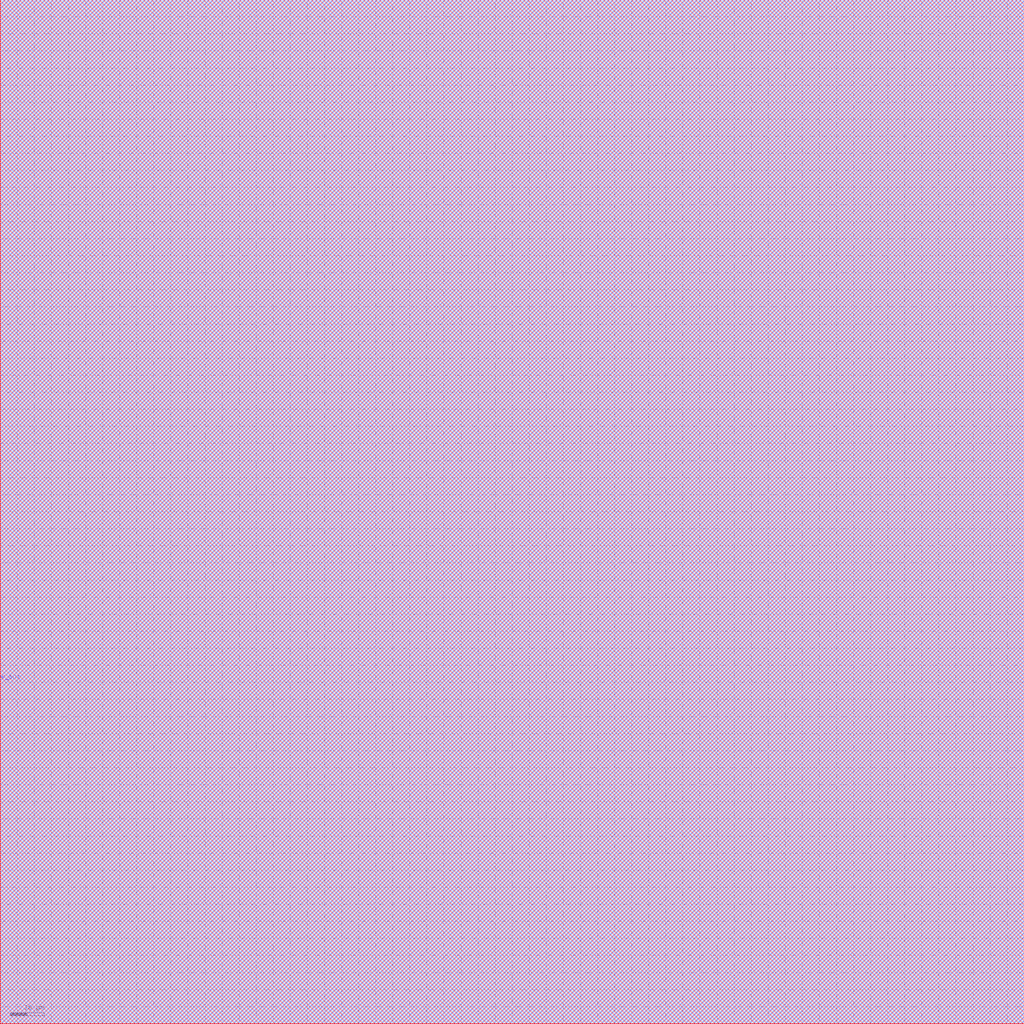
<source format=lef>
VERSION 5.7 ;
BUSBITCHARS "[]" ;
MACRO array_tile
  FOREIGN array_tile 0 0 ;
  SYMMETRY X Y R90 ;
  SIZE 300 BY 300 ;
  CLASS BLOCK ;
  PIN clk
    DIRECTION INPUT ;
    USE SIGNAL ;
    PORT
      LAYER metal4 ;
      RECT 0.000 299.86 0.14 300.00 ;
    END
  END clk
  PIN e_in
    DIRECTION INPUT ;
    USE SIGNAL ;
    PORT
      LAYER metal3 ;
      RECT 299.93 100.00 300.00 100.07 ;
    END
  END e_in
  PIN e_out
    DIRECTION OUTPUT ;
    USE SIGNAL ;
    PORT
      LAYER metal3 ;
      RECT 299.93 100.14 300.00 100.21 ;
    END
  END e_out
  PIN w_in
    DIRECTION INPUT ;
    USE SIGNAL ;
    PORT
      LAYER metal3 ;
      RECT 0.000 100.14 0.070 100.21 ;
    END
  END w_in
  PIN w_out
    DIRECTION OUTPUT ;
    USE SIGNAL ;
    PORT
      LAYER metal3 ;
      RECT 0.000 100.00 0.070 100.07 ;
    END
  END w_out
  OBS
    LAYER metal1 ;
    RECT 0 0 300 300 ;
    LAYER metal2 ;
    RECT 0 0 300 300 ;
    LAYER metal3 ;
    RECT 0 0 300 300 ;
    LAYER metal4 ;
    RECT 0 0 300 300 ;
    LAYER metal5 ;
    RECT 0 0 300 300 ;
  END
END array_tile

END LIBRARY

</source>
